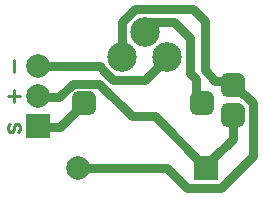
<source format=gbl>
G04*
G04 #@! TF.GenerationSoftware,Altium Limited,Altium Designer,20.1.11 (218)*
G04*
G04 Layer_Physical_Order=2*
G04 Layer_Color=16711680*
%FSLAX44Y44*%
%MOMM*%
G71*
G04*
G04 #@! TF.SameCoordinates,C6115BEB-3121-4B27-955F-0CC223D2DCCE*
G04*
G04*
G04 #@! TF.FilePolarity,Positive*
G04*
G01*
G75*
%ADD10C,0.8000*%
%ADD11C,0.2540*%
%ADD12C,2.0000*%
%ADD13R,2.0000X2.0000*%
G04:AMPARAMS|DCode=14|XSize=2mm|YSize=2mm|CornerRadius=0.5mm|HoleSize=0mm|Usage=FLASHONLY|Rotation=0.000|XOffset=0mm|YOffset=0mm|HoleType=Round|Shape=RoundedRectangle|*
%AMROUNDEDRECTD14*
21,1,2.0000,1.0000,0,0,0.0*
21,1,1.0000,2.0000,0,0,0.0*
1,1,1.0000,0.5000,-0.5000*
1,1,1.0000,-0.5000,-0.5000*
1,1,1.0000,-0.5000,0.5000*
1,1,1.0000,0.5000,0.5000*
%
%ADD14ROUNDEDRECTD14*%
%ADD15R,2.0000X2.0000*%
%ADD16C,2.5000*%
G04:AMPARAMS|DCode=17|XSize=2mm|YSize=2mm|CornerRadius=0.5mm|HoleSize=0mm|Usage=FLASHONLY|Rotation=270.000|XOffset=0mm|YOffset=0mm|HoleType=Round|Shape=RoundedRectangle|*
%AMROUNDEDRECTD17*
21,1,2.0000,1.0000,0,0,270.0*
21,1,1.0000,2.0000,0,0,270.0*
1,1,1.0000,-0.5000,-0.5000*
1,1,1.0000,-0.5000,0.5000*
1,1,1.0000,0.5000,0.5000*
1,1,1.0000,0.5000,-0.5000*
%
%ADD17ROUNDEDRECTD17*%
D10*
X81054Y109080D02*
X88334Y101800D01*
X76688Y98540D02*
X104440Y70787D01*
X54220Y98540D02*
X76688D01*
X104440Y70787D02*
X123593D01*
X88334Y101800D02*
X115280D01*
X77134Y113000D02*
X81054Y109080D01*
X123593Y70787D02*
X167380Y27000D01*
X28057Y87056D02*
X42736D01*
X54220Y98540D01*
X28000Y87000D02*
X28057Y87056D01*
X22247Y61600D02*
X43600D01*
X64000Y82000D01*
X64000D01*
X25000Y113400D02*
X25400Y113000D01*
X77134D01*
X115280Y101800D02*
X130587Y117107D01*
X135187D01*
X96230Y128850D02*
Y150317D01*
X107384Y161470D01*
X165935Y110065D02*
Y151314D01*
X107384Y161470D02*
X155779D01*
X165935Y151314D01*
X96220Y128840D02*
X96230Y128850D01*
X186830Y100871D02*
X190000Y97700D01*
X158617Y87382D02*
Y102477D01*
X165935Y110065D02*
X175129Y100871D01*
X186830D01*
X153360Y107734D02*
X158617Y102477D01*
X153360Y107734D02*
Y136727D01*
X158617Y87382D02*
X164000Y82000D01*
X139770Y150317D02*
X153360Y136727D01*
X206540Y36911D02*
Y82080D01*
X180089Y10460D02*
X206540Y36911D01*
X199780Y88840D02*
X206540Y82080D01*
X199401Y88840D02*
X199780D01*
X190541Y97700D02*
X199401Y88840D01*
X190000Y97700D02*
X190541D01*
X173380Y33000D02*
Y35380D01*
X190000Y52000D02*
Y72300D01*
X173380Y35380D02*
X190000Y52000D01*
X150830Y10460D02*
X180089D01*
X167380Y27000D02*
X173380Y33000D01*
X134290Y27000D02*
X150830Y10460D01*
X115384Y150317D02*
X139770D01*
X115270Y150430D02*
X115384Y150317D01*
X58620Y27000D02*
X134290D01*
D11*
X1129Y64205D02*
X-537Y62538D01*
Y59206D01*
X1129Y57540D01*
X2795D01*
X4462Y59206D01*
Y62538D01*
X6128Y64205D01*
X7794D01*
X9460Y62538D01*
Y59206D01*
X7794Y57540D01*
X4382Y82540D02*
Y92697D01*
X-697Y87618D02*
X9460D01*
X4962Y108540D02*
Y118537D01*
D12*
X25000Y113400D02*
D03*
Y88000D02*
D03*
X58620Y27000D02*
D03*
D13*
X25000Y62600D02*
D03*
D14*
X164000Y82000D02*
D03*
X64000D02*
D03*
D15*
X167380Y27000D02*
D03*
D16*
X134320Y120840D02*
D03*
X96220D02*
D03*
X115270Y142430D02*
D03*
D17*
X190000Y97700D02*
D03*
Y72300D02*
D03*
M02*

</source>
